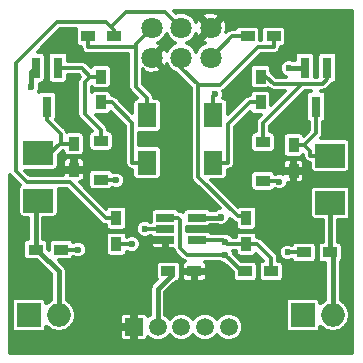
<source format=gtl>
%TF.GenerationSoftware,KiCad,Pcbnew,4.0.4-1.fc24-product*%
%TF.CreationDate,2018-01-12T13:17:57+11:00*%
%TF.ProjectId,A_BND_BUF,415F424E445F4255462E6B696361645F,rev?*%
%TF.FileFunction,Copper,L1,Top,Signal*%
%FSLAX46Y46*%
G04 Gerber Fmt 4.6, Leading zero omitted, Abs format (unit mm)*
G04 Created by KiCad (PCBNEW 4.0.4-1.fc24-product) date Fri Jan 12 13:17:57 2018*
%MOMM*%
%LPD*%
G01*
G04 APERTURE LIST*
%ADD10C,0.100000*%
%ADD11R,1.200000X0.900000*%
%ADD12O,1.998980X1.998980*%
%ADD13R,1.998980X1.998980*%
%ADD14R,1.560000X0.650000*%
%ADD15R,1.600000X2.000000*%
%ADD16R,0.800000X1.800000*%
%ADD17R,0.900000X1.200000*%
%ADD18R,1.220000X0.910000*%
%ADD19R,2.500000X2.000000*%
%ADD20R,1.500000X1.500000*%
%ADD21C,1.500000*%
%ADD22C,1.800000*%
%ADD23C,0.600000*%
%ADD24C,0.300000*%
%ADD25C,0.400000*%
G04 APERTURE END LIST*
D10*
D11*
X158600000Y-90600000D03*
X156400000Y-90600000D03*
X163600000Y-89000000D03*
X161400000Y-89000000D03*
D12*
X140640000Y-94300000D03*
D13*
X138100000Y-94300000D03*
D12*
X163840000Y-94300000D03*
D13*
X161300000Y-94300000D03*
D14*
X149650000Y-86050000D03*
X149650000Y-87000000D03*
X149650000Y-87950000D03*
X152350000Y-87950000D03*
X152350000Y-86050000D03*
D15*
X148100000Y-81400000D03*
X148100000Y-77400000D03*
X153700000Y-81400000D03*
X153700000Y-77400000D03*
D16*
X140550000Y-73350000D03*
X138650000Y-73350000D03*
X139600000Y-76650000D03*
X163350000Y-73350000D03*
X161450000Y-73350000D03*
X162400000Y-76650000D03*
D11*
X138650000Y-88750000D03*
X140850000Y-88750000D03*
D17*
X141900000Y-79800000D03*
X141900000Y-82000000D03*
X160500000Y-79900000D03*
X160500000Y-82100000D03*
X144200000Y-76300000D03*
X144200000Y-74100000D03*
X157700000Y-76300000D03*
X157700000Y-74100000D03*
D11*
X145300000Y-70700000D03*
X143100000Y-70700000D03*
X158800000Y-70700000D03*
X156600000Y-70700000D03*
D17*
X145500000Y-88300000D03*
X145500000Y-86100000D03*
X156500000Y-88300000D03*
X156500000Y-86100000D03*
D11*
X149900000Y-90600000D03*
X152100000Y-90600000D03*
D18*
X144200000Y-82835000D03*
X144200000Y-79565000D03*
X157900000Y-82935000D03*
X157900000Y-79665000D03*
D19*
X138900000Y-80600000D03*
X138900000Y-84600000D03*
X163600000Y-80800000D03*
X163600000Y-84800000D03*
D20*
X147000000Y-95300000D03*
D21*
X149000000Y-95300000D03*
X151000000Y-95300000D03*
X153000000Y-95300000D03*
X155000000Y-95300000D03*
D22*
X153500000Y-70000000D03*
X151000000Y-70000000D03*
X148500000Y-70000000D03*
X153500000Y-72500000D03*
X151000000Y-72500000D03*
X148500000Y-72500000D03*
D23*
X153837400Y-75593000D03*
X145500000Y-82900000D03*
X160000000Y-89000000D03*
X147900000Y-87000000D03*
X142250000Y-88750000D03*
X159300000Y-83000000D03*
X138300000Y-75000000D03*
X160100000Y-73400000D03*
X154386000Y-85994200D03*
X146800000Y-88300000D03*
X154700000Y-88100000D03*
X154700000Y-89200000D03*
D24*
X140800000Y-79700000D02*
X140700000Y-79800000D01*
X140800000Y-79000000D02*
X140800000Y-79700000D01*
X139600000Y-77800000D02*
X140800000Y-79000000D01*
X139600000Y-76650000D02*
X139600000Y-77800000D01*
X138400000Y-80600000D02*
X138900000Y-80600000D01*
X139900000Y-80600000D02*
X140700000Y-79800000D01*
X138900000Y-80600000D02*
X139900000Y-80600000D01*
X140700000Y-79800000D02*
X141900000Y-79800000D01*
D25*
X140640000Y-94300000D02*
X140640000Y-90590000D01*
X140640000Y-90590000D02*
X138800000Y-88750000D01*
X138800000Y-88750000D02*
X138650000Y-88750000D01*
X138650000Y-84850000D02*
X138900000Y-84600000D01*
X138650000Y-88750000D02*
X138650000Y-84850000D01*
D24*
X160500000Y-79900000D02*
X161400000Y-79900000D01*
X161900000Y-80399400D02*
X161400000Y-79900000D01*
X161900000Y-80800000D02*
X161900000Y-80399400D01*
X163600000Y-80800000D02*
X161900000Y-80800000D01*
X162400000Y-78900300D02*
X161400000Y-79900000D01*
X162400000Y-76650000D02*
X162400000Y-78900300D01*
D25*
X163840000Y-94300000D02*
X163840000Y-89240000D01*
X163840000Y-89240000D02*
X163600000Y-89000000D01*
X163600000Y-89000000D02*
X163600000Y-84800000D01*
D24*
X146849700Y-78049400D02*
X145100300Y-76300000D01*
X146849700Y-81400000D02*
X146849700Y-78049400D01*
X148100000Y-81400000D02*
X146849700Y-81400000D01*
X144200000Y-76300000D02*
X145100300Y-76300000D01*
X148100000Y-77400000D02*
X148100000Y-75949700D01*
X143100000Y-70700000D02*
X143100000Y-71600300D01*
X147116700Y-71600300D02*
X143100000Y-71600300D01*
X147116700Y-74966400D02*
X147116700Y-71600300D01*
X148100000Y-75949700D02*
X147116700Y-74966400D01*
X147116700Y-71600300D02*
X147116700Y-71383300D01*
X147116700Y-71383300D02*
X148500000Y-70000000D01*
X154950300Y-78149400D02*
X156799700Y-76300000D01*
X154950300Y-81400000D02*
X154950300Y-78149400D01*
X153700000Y-81400000D02*
X154950300Y-81400000D01*
X157700000Y-76300000D02*
X156799700Y-76300000D01*
X155300000Y-70700000D02*
X153500000Y-72500000D01*
X156600000Y-70700000D02*
X156450000Y-70700000D01*
X156450000Y-70700000D02*
X155300000Y-70700000D01*
X153700000Y-75730400D02*
X153700000Y-77400000D01*
X153837400Y-75593000D02*
X153700000Y-75730400D01*
D25*
X150200000Y-90900000D02*
X149900000Y-90600000D01*
X149000000Y-92100000D02*
X150200000Y-90900000D01*
X149000000Y-95300000D02*
X149000000Y-92100000D01*
D24*
X144200000Y-82835000D02*
X145435000Y-82835000D01*
X145435000Y-82835000D02*
X145500000Y-82900000D01*
X161400000Y-89000000D02*
X160000000Y-89000000D01*
X149650000Y-87000000D02*
X147900000Y-87000000D01*
X140850000Y-88750000D02*
X142250000Y-88750000D01*
X159235000Y-82935000D02*
X159300000Y-83000000D01*
X157900000Y-82935000D02*
X159235000Y-82935000D01*
D25*
X138300000Y-73700000D02*
X138650000Y-73350000D01*
X138300000Y-75000000D02*
X138300000Y-73700000D01*
X160150000Y-73350000D02*
X161450000Y-73350000D01*
X160100000Y-73400000D02*
X160150000Y-73350000D01*
X154331000Y-86050000D02*
X154386000Y-85994200D01*
X152350000Y-86050000D02*
X154331000Y-86050000D01*
D24*
X157400000Y-88300000D02*
X156500000Y-88300000D01*
X158600000Y-89500000D02*
X157400000Y-88300000D01*
X158600000Y-90600000D02*
X158600000Y-89500000D01*
X145500000Y-88300000D02*
X146800000Y-88300000D01*
X154550000Y-87950000D02*
X154700000Y-88100000D01*
X152350000Y-87950000D02*
X154550000Y-87950000D01*
X154900000Y-88300000D02*
X154700000Y-88100000D01*
X156500000Y-88300000D02*
X154900000Y-88300000D01*
X145500000Y-86100000D02*
X144600000Y-86100000D01*
X145300000Y-70200000D02*
X145300000Y-70700000D01*
X146331600Y-68645100D02*
X145038400Y-69938300D01*
X149645100Y-68645100D02*
X146331600Y-68645100D01*
X151000000Y-70000000D02*
X149645100Y-68645100D01*
X144600000Y-69500000D02*
X145038400Y-69938300D01*
X140488000Y-69500000D02*
X144600000Y-69500000D01*
X137000000Y-72987600D02*
X140488000Y-69500000D01*
X137000000Y-82129400D02*
X137000000Y-72987600D01*
X137921000Y-83050400D02*
X137000000Y-82129400D01*
X141550000Y-83050400D02*
X137921000Y-83050400D01*
X144600000Y-86100000D02*
X141550000Y-83050400D01*
X145038400Y-69938300D02*
X145300000Y-70200000D01*
X151000000Y-73379200D02*
X152463500Y-74842700D01*
X151000000Y-72500000D02*
X151000000Y-73379200D01*
X154262800Y-74842700D02*
X152463500Y-74842700D01*
X157505200Y-71600300D02*
X154262800Y-74842700D01*
X152406200Y-74900000D02*
X152406200Y-82568900D01*
X152463500Y-74842700D02*
X152406200Y-74900000D01*
X156500000Y-85950000D02*
X156500000Y-86100000D01*
X158800000Y-70700000D02*
X158800000Y-71600300D01*
X158800000Y-71600300D02*
X157505200Y-71600300D01*
X155787300Y-85950000D02*
X156500000Y-85950000D01*
X152406200Y-82568900D02*
X155787300Y-85950000D01*
X156100000Y-90600000D02*
X154700000Y-89200000D01*
X156400000Y-90600000D02*
X156100000Y-90600000D01*
X151500000Y-89200000D02*
X154700000Y-89200000D01*
X150900000Y-88600000D02*
X151500000Y-89200000D01*
X150900000Y-86220000D02*
X150900000Y-88600000D01*
X150730000Y-86050000D02*
X150900000Y-86220000D01*
X149650000Y-86050000D02*
X150730000Y-86050000D01*
X144200000Y-79565000D02*
X144200000Y-78659700D01*
X142800000Y-74600000D02*
X143300000Y-74100000D01*
X142800000Y-77259700D02*
X142800000Y-74600000D01*
X144200000Y-78659700D02*
X142800000Y-77259700D01*
X144200000Y-74100000D02*
X143300000Y-74100000D01*
X142550000Y-73350000D02*
X143300000Y-74100000D01*
X140550000Y-73350000D02*
X142550000Y-73350000D01*
X157900000Y-78050200D02*
X157900000Y-79665000D01*
X163000000Y-74700300D02*
X161250000Y-74700300D01*
X163350000Y-74350000D02*
X163000000Y-74700300D01*
X163350000Y-73350000D02*
X163350000Y-74350000D01*
X158200000Y-74100000D02*
X157700000Y-74100000D01*
X158800000Y-74700300D02*
X158200000Y-74100000D01*
X161250000Y-74700300D02*
X158800000Y-74700300D01*
X161250000Y-74700300D02*
X157900000Y-78050200D01*
G36*
X165475000Y-97475000D02*
X136525000Y-97475000D01*
X136525000Y-82477732D01*
X136575736Y-82553664D01*
X137315106Y-83293034D01*
X137227332Y-83421495D01*
X137191184Y-83600000D01*
X137191184Y-85600000D01*
X137222562Y-85766760D01*
X137321117Y-85919919D01*
X137471495Y-86022668D01*
X137650000Y-86058816D01*
X138000000Y-86058816D01*
X138000000Y-87850592D01*
X137883240Y-87872562D01*
X137730081Y-87971117D01*
X137627332Y-88121495D01*
X137591184Y-88300000D01*
X137591184Y-89200000D01*
X137622562Y-89366760D01*
X137721117Y-89519919D01*
X137871495Y-89622668D01*
X138050000Y-89658816D01*
X138789578Y-89658816D01*
X139990000Y-90859238D01*
X139990000Y-93005552D01*
X139586659Y-93275056D01*
X139558306Y-93317489D01*
X139558306Y-93300510D01*
X139526928Y-93133750D01*
X139428373Y-92980591D01*
X139277995Y-92877842D01*
X139099490Y-92841694D01*
X137100510Y-92841694D01*
X136933750Y-92873072D01*
X136780591Y-92971627D01*
X136677842Y-93122005D01*
X136641694Y-93300510D01*
X136641694Y-95299490D01*
X136673072Y-95466250D01*
X136771627Y-95619409D01*
X136922005Y-95722158D01*
X137100510Y-95758306D01*
X139099490Y-95758306D01*
X139266250Y-95726928D01*
X139419409Y-95628373D01*
X139522158Y-95477995D01*
X139558306Y-95299490D01*
X139558306Y-95282511D01*
X139586659Y-95324944D01*
X140056907Y-95639154D01*
X140611603Y-95749490D01*
X140668397Y-95749490D01*
X141223093Y-95639154D01*
X141337813Y-95562500D01*
X145800000Y-95562500D01*
X145800000Y-96139510D01*
X145868508Y-96304904D01*
X145995095Y-96431491D01*
X146160489Y-96500000D01*
X146737500Y-96500000D01*
X146850000Y-96387500D01*
X146850000Y-95450000D01*
X145912500Y-95450000D01*
X145800000Y-95562500D01*
X141337813Y-95562500D01*
X141693341Y-95324944D01*
X142007551Y-94854696D01*
X142085963Y-94460490D01*
X145800000Y-94460490D01*
X145800000Y-95037500D01*
X145912500Y-95150000D01*
X146850000Y-95150000D01*
X146850000Y-94212500D01*
X147150000Y-94212500D01*
X147150000Y-95150000D01*
X147170000Y-95150000D01*
X147170000Y-95450000D01*
X147150000Y-95450000D01*
X147150000Y-96387500D01*
X147262500Y-96500000D01*
X147839511Y-96500000D01*
X148004905Y-96431491D01*
X148131492Y-96304904D01*
X148183129Y-96180241D01*
X148319367Y-96316717D01*
X148760258Y-96499791D01*
X149237647Y-96500207D01*
X149678857Y-96317903D01*
X150000265Y-95997057D01*
X150319367Y-96316717D01*
X150760258Y-96499791D01*
X151237647Y-96500207D01*
X151678857Y-96317903D01*
X152000265Y-95997057D01*
X152319367Y-96316717D01*
X152760258Y-96499791D01*
X153237647Y-96500207D01*
X153678857Y-96317903D01*
X154000265Y-95997057D01*
X154319367Y-96316717D01*
X154760258Y-96499791D01*
X155237647Y-96500207D01*
X155678857Y-96317903D01*
X156016717Y-95980633D01*
X156199791Y-95539742D01*
X156200207Y-95062353D01*
X156017903Y-94621143D01*
X155680633Y-94283283D01*
X155239742Y-94100209D01*
X154762353Y-94099793D01*
X154321143Y-94282097D01*
X153999735Y-94602943D01*
X153680633Y-94283283D01*
X153239742Y-94100209D01*
X152762353Y-94099793D01*
X152321143Y-94282097D01*
X151999735Y-94602943D01*
X151680633Y-94283283D01*
X151239742Y-94100209D01*
X150762353Y-94099793D01*
X150321143Y-94282097D01*
X149999735Y-94602943D01*
X149680633Y-94283283D01*
X149650000Y-94270563D01*
X149650000Y-93300510D01*
X159841694Y-93300510D01*
X159841694Y-95299490D01*
X159873072Y-95466250D01*
X159971627Y-95619409D01*
X160122005Y-95722158D01*
X160300510Y-95758306D01*
X162299490Y-95758306D01*
X162466250Y-95726928D01*
X162619409Y-95628373D01*
X162722158Y-95477995D01*
X162758306Y-95299490D01*
X162758306Y-95282511D01*
X162786659Y-95324944D01*
X163256907Y-95639154D01*
X163811603Y-95749490D01*
X163868397Y-95749490D01*
X164423093Y-95639154D01*
X164893341Y-95324944D01*
X165207551Y-94854696D01*
X165317887Y-94300000D01*
X165207551Y-93745304D01*
X164893341Y-93275056D01*
X164490000Y-93005552D01*
X164490000Y-89798135D01*
X164519919Y-89778883D01*
X164622668Y-89628505D01*
X164658816Y-89450000D01*
X164658816Y-88550000D01*
X164627438Y-88383240D01*
X164528883Y-88230081D01*
X164378505Y-88127332D01*
X164250000Y-88101309D01*
X164250000Y-86258816D01*
X164850000Y-86258816D01*
X165016760Y-86227438D01*
X165169919Y-86128883D01*
X165272668Y-85978505D01*
X165308816Y-85800000D01*
X165308816Y-83800000D01*
X165277438Y-83633240D01*
X165178883Y-83480081D01*
X165028505Y-83377332D01*
X164850000Y-83341184D01*
X162350000Y-83341184D01*
X162183240Y-83372562D01*
X162030081Y-83471117D01*
X161927332Y-83621495D01*
X161891184Y-83800000D01*
X161891184Y-85800000D01*
X161922562Y-85966760D01*
X162021117Y-86119919D01*
X162171495Y-86222668D01*
X162350000Y-86258816D01*
X162950000Y-86258816D01*
X162950000Y-88100592D01*
X162833240Y-88122562D01*
X162680081Y-88221117D01*
X162577332Y-88371495D01*
X162541184Y-88550000D01*
X162541184Y-89450000D01*
X162572562Y-89616760D01*
X162671117Y-89769919D01*
X162821495Y-89872668D01*
X163000000Y-89908816D01*
X163190000Y-89908816D01*
X163190000Y-93005552D01*
X162786659Y-93275056D01*
X162758306Y-93317489D01*
X162758306Y-93300510D01*
X162726928Y-93133750D01*
X162628373Y-92980591D01*
X162477995Y-92877842D01*
X162299490Y-92841694D01*
X160300510Y-92841694D01*
X160133750Y-92873072D01*
X159980591Y-92971627D01*
X159877842Y-93122005D01*
X159841694Y-93300510D01*
X149650000Y-93300510D01*
X149650000Y-92369238D01*
X150512839Y-91506400D01*
X150666760Y-91477438D01*
X150819919Y-91378883D01*
X150922668Y-91228505D01*
X150958816Y-91050000D01*
X150958816Y-90862500D01*
X151050000Y-90862500D01*
X151050000Y-91139510D01*
X151118508Y-91304904D01*
X151245095Y-91431491D01*
X151410489Y-91500000D01*
X151837500Y-91500000D01*
X151950000Y-91387500D01*
X151950000Y-90750000D01*
X152250000Y-90750000D01*
X152250000Y-91387500D01*
X152362500Y-91500000D01*
X152789511Y-91500000D01*
X152954905Y-91431491D01*
X153081492Y-91304904D01*
X153150000Y-91139510D01*
X153150000Y-90862500D01*
X153037500Y-90750000D01*
X152250000Y-90750000D01*
X151950000Y-90750000D01*
X151162500Y-90750000D01*
X151050000Y-90862500D01*
X150958816Y-90862500D01*
X150958816Y-90150000D01*
X150927438Y-89983240D01*
X150828883Y-89830081D01*
X150678505Y-89727332D01*
X150500000Y-89691184D01*
X149300000Y-89691184D01*
X149133240Y-89722562D01*
X148980081Y-89821117D01*
X148877332Y-89971495D01*
X148841184Y-90150000D01*
X148841184Y-91050000D01*
X148872562Y-91216760D01*
X148908364Y-91272398D01*
X148540381Y-91640381D01*
X148399478Y-91851255D01*
X148399478Y-91851256D01*
X148350000Y-92100000D01*
X148350000Y-94270174D01*
X148321143Y-94282097D01*
X148183161Y-94419838D01*
X148131492Y-94295096D01*
X148004905Y-94168509D01*
X147839511Y-94100000D01*
X147262500Y-94100000D01*
X147150000Y-94212500D01*
X146850000Y-94212500D01*
X146737500Y-94100000D01*
X146160489Y-94100000D01*
X145995095Y-94168509D01*
X145868508Y-94295096D01*
X145800000Y-94460490D01*
X142085963Y-94460490D01*
X142117887Y-94300000D01*
X142007551Y-93745304D01*
X141693341Y-93275056D01*
X141290000Y-93005552D01*
X141290000Y-90590000D01*
X141240522Y-90341256D01*
X141240522Y-90341255D01*
X141099619Y-90130381D01*
X140628054Y-89658816D01*
X141450000Y-89658816D01*
X141616760Y-89627438D01*
X141769919Y-89528883D01*
X141858350Y-89399460D01*
X142100161Y-89499869D01*
X142398530Y-89500130D01*
X142674286Y-89386189D01*
X142885448Y-89175395D01*
X142999869Y-88899839D01*
X143000130Y-88601470D01*
X142886189Y-88325714D01*
X142675395Y-88114552D01*
X142399839Y-88000131D01*
X142101470Y-87999870D01*
X141856698Y-88101009D01*
X141778883Y-87980081D01*
X141628505Y-87877332D01*
X141450000Y-87841184D01*
X140250000Y-87841184D01*
X140083240Y-87872562D01*
X139930081Y-87971117D01*
X139827332Y-88121495D01*
X139791184Y-88300000D01*
X139791184Y-88821946D01*
X139708816Y-88739578D01*
X139708816Y-88300000D01*
X139677438Y-88133240D01*
X139578883Y-87980081D01*
X139428505Y-87877332D01*
X139300000Y-87851309D01*
X139300000Y-87700000D01*
X144591184Y-87700000D01*
X144591184Y-88900000D01*
X144622562Y-89066760D01*
X144721117Y-89219919D01*
X144871495Y-89322668D01*
X145050000Y-89358816D01*
X145950000Y-89358816D01*
X146116760Y-89327438D01*
X146269919Y-89228883D01*
X146372668Y-89078505D01*
X146399541Y-88945802D01*
X146650161Y-89049869D01*
X146948530Y-89050130D01*
X147224286Y-88936189D01*
X147435448Y-88725395D01*
X147549869Y-88449839D01*
X147550076Y-88212500D01*
X148420000Y-88212500D01*
X148420000Y-88364510D01*
X148488508Y-88529904D01*
X148615095Y-88656491D01*
X148780489Y-88725000D01*
X149387500Y-88725000D01*
X149500000Y-88612500D01*
X149500000Y-88100000D01*
X148532500Y-88100000D01*
X148420000Y-88212500D01*
X147550076Y-88212500D01*
X147550130Y-88151470D01*
X147436189Y-87875714D01*
X147225395Y-87664552D01*
X146949839Y-87550131D01*
X146651470Y-87549870D01*
X146400110Y-87653731D01*
X146377438Y-87533240D01*
X146278883Y-87380081D01*
X146128505Y-87277332D01*
X145950000Y-87241184D01*
X145050000Y-87241184D01*
X144883240Y-87272562D01*
X144730081Y-87371117D01*
X144627332Y-87521495D01*
X144591184Y-87700000D01*
X139300000Y-87700000D01*
X139300000Y-86058816D01*
X140150000Y-86058816D01*
X140316760Y-86027438D01*
X140469919Y-85928883D01*
X140572668Y-85778505D01*
X140608816Y-85600000D01*
X140608816Y-83650400D01*
X141301495Y-83650400D01*
X144175764Y-86524292D01*
X144274349Y-86590156D01*
X144370390Y-86654328D01*
X144370409Y-86654332D01*
X144370426Y-86654343D01*
X144484381Y-86677002D01*
X144591184Y-86698246D01*
X144591184Y-86700000D01*
X144622562Y-86866760D01*
X144721117Y-87019919D01*
X144871495Y-87122668D01*
X145050000Y-87158816D01*
X145950000Y-87158816D01*
X146116760Y-87127438D01*
X146269919Y-87028883D01*
X146372668Y-86878505D01*
X146408816Y-86700000D01*
X146408816Y-85500000D01*
X146377438Y-85333240D01*
X146278883Y-85180081D01*
X146128505Y-85077332D01*
X145950000Y-85041184D01*
X145050000Y-85041184D01*
X144883240Y-85072562D01*
X144730081Y-85171117D01*
X144644641Y-85296162D01*
X142398184Y-83050000D01*
X142439510Y-83050000D01*
X142604904Y-82981492D01*
X142731491Y-82854905D01*
X142800000Y-82689511D01*
X142800000Y-82380000D01*
X143131184Y-82380000D01*
X143131184Y-83290000D01*
X143162562Y-83456760D01*
X143261117Y-83609919D01*
X143411495Y-83712668D01*
X143590000Y-83748816D01*
X144810000Y-83748816D01*
X144976760Y-83717438D01*
X145129919Y-83618883D01*
X145162103Y-83571780D01*
X145350161Y-83649869D01*
X145648530Y-83650130D01*
X145924286Y-83536189D01*
X146135448Y-83325395D01*
X146249869Y-83049839D01*
X146250130Y-82751470D01*
X146136189Y-82475714D01*
X145925395Y-82264552D01*
X145649839Y-82150131D01*
X145351470Y-82149870D01*
X145229176Y-82200401D01*
X145138883Y-82060081D01*
X144988505Y-81957332D01*
X144810000Y-81921184D01*
X143590000Y-81921184D01*
X143423240Y-81952562D01*
X143270081Y-82051117D01*
X143167332Y-82201495D01*
X143131184Y-82380000D01*
X142800000Y-82380000D01*
X142800000Y-82262500D01*
X142687500Y-82150000D01*
X142050000Y-82150000D01*
X142050000Y-82170000D01*
X141750000Y-82170000D01*
X141750000Y-82150000D01*
X141112500Y-82150000D01*
X141000000Y-82262500D01*
X141000000Y-82450400D01*
X138169528Y-82450400D01*
X137777944Y-82058816D01*
X140150000Y-82058816D01*
X140316760Y-82027438D01*
X140469919Y-81928883D01*
X140572668Y-81778505D01*
X140608816Y-81600000D01*
X140608816Y-81310489D01*
X141000000Y-81310489D01*
X141000000Y-81737500D01*
X141112500Y-81850000D01*
X141750000Y-81850000D01*
X141750000Y-81062500D01*
X142050000Y-81062500D01*
X142050000Y-81850000D01*
X142687500Y-81850000D01*
X142800000Y-81737500D01*
X142800000Y-81310489D01*
X142731491Y-81145095D01*
X142604904Y-81018508D01*
X142439510Y-80950000D01*
X142162500Y-80950000D01*
X142050000Y-81062500D01*
X141750000Y-81062500D01*
X141637500Y-80950000D01*
X141360490Y-80950000D01*
X141195096Y-81018508D01*
X141068509Y-81145095D01*
X141000000Y-81310489D01*
X140608816Y-81310489D01*
X140608816Y-80739712D01*
X140948528Y-80400000D01*
X140991184Y-80400000D01*
X141022562Y-80566760D01*
X141121117Y-80719919D01*
X141271495Y-80822668D01*
X141450000Y-80858816D01*
X142350000Y-80858816D01*
X142516760Y-80827438D01*
X142669919Y-80728883D01*
X142772668Y-80578505D01*
X142808816Y-80400000D01*
X142808816Y-79200000D01*
X142777438Y-79033240D01*
X142678883Y-78880081D01*
X142528505Y-78777332D01*
X142350000Y-78741184D01*
X141450000Y-78741184D01*
X141347678Y-78760437D01*
X141224264Y-78575736D01*
X140404144Y-77755616D01*
X140422668Y-77728505D01*
X140458816Y-77550000D01*
X140458816Y-75750000D01*
X140427438Y-75583240D01*
X140328883Y-75430081D01*
X140178505Y-75327332D01*
X140000000Y-75291184D01*
X139200000Y-75291184D01*
X139033240Y-75322562D01*
X138958060Y-75370939D01*
X139049869Y-75149839D01*
X139050130Y-74851470D01*
X138991186Y-74708816D01*
X139050000Y-74708816D01*
X139216760Y-74677438D01*
X139369919Y-74578883D01*
X139472668Y-74428505D01*
X139508816Y-74250000D01*
X139508816Y-72450000D01*
X139477438Y-72283240D01*
X139378883Y-72130081D01*
X139228505Y-72027332D01*
X139050000Y-71991184D01*
X138845107Y-71991184D01*
X140736508Y-70100000D01*
X142071560Y-70100000D01*
X142041184Y-70250000D01*
X142041184Y-71150000D01*
X142072562Y-71316760D01*
X142171117Y-71469919D01*
X142321495Y-71572668D01*
X142500000Y-71608816D01*
X142501694Y-71608816D01*
X142545672Y-71829910D01*
X142675736Y-72024564D01*
X142870390Y-72154628D01*
X143100000Y-72200300D01*
X146516700Y-72200300D01*
X146516700Y-74966400D01*
X146562372Y-75196010D01*
X146692436Y-75390664D01*
X147251990Y-75950218D01*
X147133240Y-75972562D01*
X146980081Y-76071117D01*
X146877332Y-76221495D01*
X146841184Y-76400000D01*
X146841184Y-77192356D01*
X145524564Y-75875736D01*
X145329910Y-75745672D01*
X145108816Y-75701694D01*
X145108816Y-75700000D01*
X145077438Y-75533240D01*
X144978883Y-75380081D01*
X144828505Y-75277332D01*
X144650000Y-75241184D01*
X143750000Y-75241184D01*
X143583240Y-75272562D01*
X143430081Y-75371117D01*
X143400000Y-75415142D01*
X143400000Y-74987102D01*
X143421117Y-75019919D01*
X143571495Y-75122668D01*
X143750000Y-75158816D01*
X144650000Y-75158816D01*
X144816760Y-75127438D01*
X144969919Y-75028883D01*
X145072668Y-74878505D01*
X145108816Y-74700000D01*
X145108816Y-73500000D01*
X145077438Y-73333240D01*
X144978883Y-73180081D01*
X144828505Y-73077332D01*
X144650000Y-73041184D01*
X143750000Y-73041184D01*
X143583240Y-73072562D01*
X143430081Y-73171117D01*
X143344661Y-73296133D01*
X142974264Y-72925736D01*
X142779610Y-72795672D01*
X142550000Y-72750000D01*
X141408816Y-72750000D01*
X141408816Y-72450000D01*
X141377438Y-72283240D01*
X141278883Y-72130081D01*
X141128505Y-72027332D01*
X140950000Y-71991184D01*
X140150000Y-71991184D01*
X139983240Y-72022562D01*
X139830081Y-72121117D01*
X139727332Y-72271495D01*
X139691184Y-72450000D01*
X139691184Y-74250000D01*
X139722562Y-74416760D01*
X139821117Y-74569919D01*
X139971495Y-74672668D01*
X140150000Y-74708816D01*
X140950000Y-74708816D01*
X141116760Y-74677438D01*
X141269919Y-74578883D01*
X141372668Y-74428505D01*
X141408816Y-74250000D01*
X141408816Y-73950000D01*
X142301472Y-73950000D01*
X142451472Y-74100000D01*
X142375736Y-74175736D01*
X142245672Y-74370390D01*
X142200000Y-74600000D01*
X142200000Y-77259700D01*
X142245672Y-77489310D01*
X142375736Y-77683964D01*
X143393482Y-78701710D01*
X143270081Y-78781117D01*
X143167332Y-78931495D01*
X143131184Y-79110000D01*
X143131184Y-80020000D01*
X143162562Y-80186760D01*
X143261117Y-80339919D01*
X143411495Y-80442668D01*
X143590000Y-80478816D01*
X144810000Y-80478816D01*
X144976760Y-80447438D01*
X145129919Y-80348883D01*
X145232668Y-80198505D01*
X145268816Y-80020000D01*
X145268816Y-79110000D01*
X145237438Y-78943240D01*
X145138883Y-78790081D01*
X144988505Y-78687332D01*
X144810000Y-78651184D01*
X144798306Y-78651184D01*
X144754328Y-78430090D01*
X144624264Y-78235436D01*
X143747046Y-77358218D01*
X143750000Y-77358816D01*
X144650000Y-77358816D01*
X144816760Y-77327438D01*
X144969919Y-77228883D01*
X145055461Y-77103689D01*
X146249700Y-78297928D01*
X146249700Y-81400000D01*
X146295372Y-81629610D01*
X146425436Y-81824264D01*
X146620090Y-81954328D01*
X146841184Y-81998306D01*
X146841184Y-82400000D01*
X146872562Y-82566760D01*
X146971117Y-82719919D01*
X147121495Y-82822668D01*
X147300000Y-82858816D01*
X148900000Y-82858816D01*
X149066760Y-82827438D01*
X149219919Y-82728883D01*
X149322668Y-82578505D01*
X149358816Y-82400000D01*
X149358816Y-80400000D01*
X149327438Y-80233240D01*
X149228883Y-80080081D01*
X149078505Y-79977332D01*
X148900000Y-79941184D01*
X147449700Y-79941184D01*
X147449700Y-78858816D01*
X148900000Y-78858816D01*
X149066760Y-78827438D01*
X149219919Y-78728883D01*
X149322668Y-78578505D01*
X149358816Y-78400000D01*
X149358816Y-76400000D01*
X149327438Y-76233240D01*
X149228883Y-76080081D01*
X149078505Y-75977332D01*
X148900000Y-75941184D01*
X148698306Y-75941184D01*
X148654328Y-75720090D01*
X148524264Y-75525436D01*
X147716700Y-74717872D01*
X147716700Y-73495435D01*
X147718637Y-73493498D01*
X147817116Y-73695105D01*
X148326444Y-73865462D01*
X148862196Y-73827939D01*
X149182884Y-73695105D01*
X149281364Y-73493496D01*
X148500000Y-72712132D01*
X148485858Y-72726275D01*
X148273726Y-72514143D01*
X148287868Y-72500000D01*
X148273726Y-72485858D01*
X148485858Y-72273726D01*
X148500000Y-72287868D01*
X149281364Y-71506504D01*
X149182884Y-71304895D01*
X149013885Y-71248369D01*
X149263715Y-71145142D01*
X149643807Y-70765712D01*
X149750007Y-70509955D01*
X149854858Y-70763715D01*
X150234288Y-71143807D01*
X150490045Y-71250007D01*
X150236285Y-71354858D01*
X149856193Y-71734288D01*
X149758374Y-71969861D01*
X149695105Y-71817116D01*
X149493496Y-71718636D01*
X148712132Y-72500000D01*
X149493496Y-73281364D01*
X149695105Y-73182884D01*
X149751631Y-73013885D01*
X149854858Y-73263715D01*
X150234288Y-73643807D01*
X150559206Y-73778725D01*
X150575736Y-73803464D01*
X151806200Y-75033928D01*
X151806200Y-82568900D01*
X151851872Y-82798510D01*
X151981936Y-82993164D01*
X154234195Y-85245423D01*
X153961714Y-85358011D01*
X153919652Y-85400000D01*
X153451447Y-85400000D01*
X153308505Y-85302332D01*
X153130000Y-85266184D01*
X151570000Y-85266184D01*
X151403240Y-85297562D01*
X151250081Y-85396117D01*
X151147332Y-85546495D01*
X151134024Y-85612212D01*
X150959610Y-85495672D01*
X150796270Y-85463182D01*
X150758883Y-85405081D01*
X150608505Y-85302332D01*
X150430000Y-85266184D01*
X148870000Y-85266184D01*
X148703240Y-85297562D01*
X148550081Y-85396117D01*
X148447332Y-85546495D01*
X148411184Y-85725000D01*
X148411184Y-86375000D01*
X148415888Y-86400000D01*
X148360781Y-86400000D01*
X148325395Y-86364552D01*
X148049839Y-86250131D01*
X147751470Y-86249870D01*
X147475714Y-86363811D01*
X147264552Y-86574605D01*
X147150131Y-86850161D01*
X147149870Y-87148530D01*
X147263811Y-87424286D01*
X147474605Y-87635448D01*
X147750161Y-87749869D01*
X148048530Y-87750130D01*
X148324286Y-87636189D01*
X148360538Y-87600000D01*
X148420000Y-87600000D01*
X148420000Y-87687500D01*
X148532500Y-87800000D01*
X149500000Y-87800000D01*
X149500000Y-87783816D01*
X149800000Y-87783816D01*
X149800000Y-87800000D01*
X149820000Y-87800000D01*
X149820000Y-88100000D01*
X149800000Y-88100000D01*
X149800000Y-88612500D01*
X149912500Y-88725000D01*
X150324864Y-88725000D01*
X150345672Y-88829610D01*
X150475736Y-89024264D01*
X151075736Y-89624264D01*
X151270390Y-89754328D01*
X151276430Y-89755529D01*
X151245095Y-89768509D01*
X151118508Y-89895096D01*
X151050000Y-90060490D01*
X151050000Y-90337500D01*
X151162500Y-90450000D01*
X151950000Y-90450000D01*
X151950000Y-90430000D01*
X152250000Y-90430000D01*
X152250000Y-90450000D01*
X153037500Y-90450000D01*
X153150000Y-90337500D01*
X153150000Y-90060490D01*
X153081492Y-89895096D01*
X152986396Y-89800000D01*
X154239219Y-89800000D01*
X154274605Y-89835448D01*
X154550161Y-89949869D01*
X154601386Y-89949914D01*
X155341184Y-90689712D01*
X155341184Y-91050000D01*
X155372562Y-91216760D01*
X155471117Y-91369919D01*
X155621495Y-91472668D01*
X155800000Y-91508816D01*
X157000000Y-91508816D01*
X157166760Y-91477438D01*
X157319919Y-91378883D01*
X157422668Y-91228505D01*
X157458816Y-91050000D01*
X157458816Y-90150000D01*
X157427438Y-89983240D01*
X157328883Y-89830081D01*
X157178505Y-89727332D01*
X157000000Y-89691184D01*
X156039712Y-89691184D01*
X155450086Y-89101558D01*
X155450130Y-89051470D01*
X155387543Y-88900000D01*
X155591184Y-88900000D01*
X155622562Y-89066760D01*
X155721117Y-89219919D01*
X155871495Y-89322668D01*
X156050000Y-89358816D01*
X156950000Y-89358816D01*
X157116760Y-89327438D01*
X157269919Y-89228883D01*
X157355339Y-89103867D01*
X157951737Y-89700265D01*
X157833240Y-89722562D01*
X157680081Y-89821117D01*
X157577332Y-89971495D01*
X157541184Y-90150000D01*
X157541184Y-91050000D01*
X157572562Y-91216760D01*
X157671117Y-91369919D01*
X157821495Y-91472668D01*
X158000000Y-91508816D01*
X159200000Y-91508816D01*
X159366760Y-91477438D01*
X159519919Y-91378883D01*
X159622668Y-91228505D01*
X159658816Y-91050000D01*
X159658816Y-90150000D01*
X159627438Y-89983240D01*
X159528883Y-89830081D01*
X159378505Y-89727332D01*
X159200000Y-89691184D01*
X159200000Y-89500000D01*
X159154328Y-89270390D01*
X159072904Y-89148530D01*
X159249870Y-89148530D01*
X159363811Y-89424286D01*
X159574605Y-89635448D01*
X159850161Y-89749869D01*
X160148530Y-89750130D01*
X160393302Y-89648991D01*
X160471117Y-89769919D01*
X160621495Y-89872668D01*
X160800000Y-89908816D01*
X162000000Y-89908816D01*
X162166760Y-89877438D01*
X162319919Y-89778883D01*
X162422668Y-89628505D01*
X162458816Y-89450000D01*
X162458816Y-88550000D01*
X162427438Y-88383240D01*
X162328883Y-88230081D01*
X162178505Y-88127332D01*
X162000000Y-88091184D01*
X160800000Y-88091184D01*
X160633240Y-88122562D01*
X160480081Y-88221117D01*
X160391650Y-88350540D01*
X160149839Y-88250131D01*
X159851470Y-88249870D01*
X159575714Y-88363811D01*
X159364552Y-88574605D01*
X159250131Y-88850161D01*
X159249870Y-89148530D01*
X159072904Y-89148530D01*
X159024264Y-89075736D01*
X157824264Y-87875736D01*
X157629610Y-87745672D01*
X157408816Y-87701754D01*
X157408816Y-87700000D01*
X157377438Y-87533240D01*
X157278883Y-87380081D01*
X157128505Y-87277332D01*
X156950000Y-87241184D01*
X156050000Y-87241184D01*
X155883240Y-87272562D01*
X155730081Y-87371117D01*
X155627332Y-87521495D01*
X155591184Y-87700000D01*
X155346224Y-87700000D01*
X155336189Y-87675714D01*
X155125395Y-87464552D01*
X154849839Y-87350131D01*
X154551470Y-87349870D01*
X154550780Y-87350155D01*
X154550000Y-87350000D01*
X153487788Y-87350000D01*
X153458883Y-87305081D01*
X153308505Y-87202332D01*
X153130000Y-87166184D01*
X151570000Y-87166184D01*
X151500000Y-87179355D01*
X151500000Y-86819641D01*
X151570000Y-86833816D01*
X153130000Y-86833816D01*
X153296760Y-86802438D01*
X153449919Y-86703883D01*
X153452572Y-86700000D01*
X154130031Y-86700000D01*
X154236161Y-86744069D01*
X154534530Y-86744330D01*
X154810286Y-86630389D01*
X155021448Y-86419595D01*
X155134972Y-86146200D01*
X155363036Y-86374264D01*
X155557689Y-86504328D01*
X155591184Y-86510991D01*
X155591184Y-86700000D01*
X155622562Y-86866760D01*
X155721117Y-87019919D01*
X155871495Y-87122668D01*
X156050000Y-87158816D01*
X156950000Y-87158816D01*
X157116760Y-87127438D01*
X157269919Y-87028883D01*
X157372668Y-86878505D01*
X157408816Y-86700000D01*
X157408816Y-85500000D01*
X157377438Y-85333240D01*
X157278883Y-85180081D01*
X157128505Y-85077332D01*
X156950000Y-85041184D01*
X156050000Y-85041184D01*
X155883240Y-85072562D01*
X155807273Y-85121445D01*
X153544644Y-82858816D01*
X154500000Y-82858816D01*
X154666760Y-82827438D01*
X154819919Y-82728883D01*
X154922668Y-82578505D01*
X154942615Y-82480000D01*
X156831184Y-82480000D01*
X156831184Y-83390000D01*
X156862562Y-83556760D01*
X156961117Y-83709919D01*
X157111495Y-83812668D01*
X157290000Y-83848816D01*
X158510000Y-83848816D01*
X158676760Y-83817438D01*
X158829919Y-83718883D01*
X158884204Y-83639434D01*
X159150161Y-83749869D01*
X159448530Y-83750130D01*
X159724286Y-83636189D01*
X159935448Y-83425395D01*
X160049802Y-83150000D01*
X160237500Y-83150000D01*
X160350000Y-83037500D01*
X160350000Y-82250000D01*
X160650000Y-82250000D01*
X160650000Y-83037500D01*
X160762500Y-83150000D01*
X161039510Y-83150000D01*
X161204904Y-83081492D01*
X161331491Y-82954905D01*
X161400000Y-82789511D01*
X161400000Y-82362500D01*
X161287500Y-82250000D01*
X160650000Y-82250000D01*
X160350000Y-82250000D01*
X159712500Y-82250000D01*
X159635342Y-82327158D01*
X159449839Y-82250131D01*
X159151470Y-82249870D01*
X158945441Y-82335000D01*
X158941532Y-82335000D01*
X158937438Y-82313240D01*
X158838883Y-82160081D01*
X158688505Y-82057332D01*
X158510000Y-82021184D01*
X157290000Y-82021184D01*
X157123240Y-82052562D01*
X156970081Y-82151117D01*
X156867332Y-82301495D01*
X156831184Y-82480000D01*
X154942615Y-82480000D01*
X154958816Y-82400000D01*
X154958816Y-81998306D01*
X155179910Y-81954328D01*
X155374564Y-81824264D01*
X155504628Y-81629610D01*
X155548213Y-81410489D01*
X159600000Y-81410489D01*
X159600000Y-81837500D01*
X159712500Y-81950000D01*
X160350000Y-81950000D01*
X160350000Y-81162500D01*
X160650000Y-81162500D01*
X160650000Y-81950000D01*
X161287500Y-81950000D01*
X161400000Y-81837500D01*
X161400000Y-81410489D01*
X161331491Y-81245095D01*
X161204904Y-81118508D01*
X161039510Y-81050000D01*
X160762500Y-81050000D01*
X160650000Y-81162500D01*
X160350000Y-81162500D01*
X160237500Y-81050000D01*
X159960490Y-81050000D01*
X159795096Y-81118508D01*
X159668509Y-81245095D01*
X159600000Y-81410489D01*
X155548213Y-81410489D01*
X155550300Y-81400000D01*
X155550300Y-78397928D01*
X156845626Y-77102602D01*
X156921117Y-77219919D01*
X157071495Y-77322668D01*
X157250000Y-77358816D01*
X157742864Y-77358816D01*
X157475742Y-77625930D01*
X157475740Y-77625934D01*
X157475736Y-77625936D01*
X157415049Y-77716760D01*
X157345676Y-77820581D01*
X157345675Y-77820585D01*
X157345672Y-77820590D01*
X157325940Y-77919790D01*
X157300000Y-78050191D01*
X157300001Y-78050196D01*
X157300000Y-78050200D01*
X157300000Y-78751184D01*
X157290000Y-78751184D01*
X157123240Y-78782562D01*
X156970081Y-78881117D01*
X156867332Y-79031495D01*
X156831184Y-79210000D01*
X156831184Y-80120000D01*
X156862562Y-80286760D01*
X156961117Y-80439919D01*
X157111495Y-80542668D01*
X157290000Y-80578816D01*
X158510000Y-80578816D01*
X158676760Y-80547438D01*
X158829919Y-80448883D01*
X158932668Y-80298505D01*
X158968816Y-80120000D01*
X158968816Y-79210000D01*
X158937438Y-79043240D01*
X158838883Y-78890081D01*
X158688505Y-78787332D01*
X158510000Y-78751184D01*
X158500000Y-78751184D01*
X158500000Y-78298733D01*
X161498523Y-75300300D01*
X161951553Y-75300300D01*
X161833240Y-75322562D01*
X161680081Y-75421117D01*
X161577332Y-75571495D01*
X161541184Y-75750000D01*
X161541184Y-77550000D01*
X161572562Y-77716760D01*
X161671117Y-77869919D01*
X161800000Y-77957981D01*
X161800000Y-78651719D01*
X161354301Y-79097284D01*
X161278883Y-78980081D01*
X161128505Y-78877332D01*
X160950000Y-78841184D01*
X160050000Y-78841184D01*
X159883240Y-78872562D01*
X159730081Y-78971117D01*
X159627332Y-79121495D01*
X159591184Y-79300000D01*
X159591184Y-80500000D01*
X159622562Y-80666760D01*
X159721117Y-80819919D01*
X159871495Y-80922668D01*
X160050000Y-80958816D01*
X160950000Y-80958816D01*
X161116760Y-80927438D01*
X161269919Y-80828883D01*
X161300000Y-80784858D01*
X161300000Y-80800000D01*
X161345672Y-81029610D01*
X161475736Y-81224264D01*
X161670390Y-81354328D01*
X161891184Y-81398246D01*
X161891184Y-81800000D01*
X161922562Y-81966760D01*
X162021117Y-82119919D01*
X162171495Y-82222668D01*
X162350000Y-82258816D01*
X164850000Y-82258816D01*
X165016760Y-82227438D01*
X165169919Y-82128883D01*
X165272668Y-81978505D01*
X165308816Y-81800000D01*
X165308816Y-79800000D01*
X165277438Y-79633240D01*
X165178883Y-79480081D01*
X165028505Y-79377332D01*
X164850000Y-79341184D01*
X162807639Y-79341184D01*
X162824200Y-79324628D01*
X162824226Y-79324590D01*
X162824264Y-79324564D01*
X162889414Y-79227060D01*
X162954293Y-79129994D01*
X162954302Y-79129949D01*
X162954328Y-79129910D01*
X162977392Y-79013957D01*
X163000000Y-78900390D01*
X162999991Y-78900345D01*
X163000000Y-78900300D01*
X163000000Y-77956049D01*
X163119919Y-77878883D01*
X163222668Y-77728505D01*
X163258816Y-77550000D01*
X163258816Y-75750000D01*
X163227438Y-75583240D01*
X163128883Y-75430081D01*
X162978505Y-75327332D01*
X162845016Y-75300300D01*
X163000000Y-75300300D01*
X163000128Y-75300274D01*
X163000257Y-75300300D01*
X163114451Y-75277535D01*
X163229610Y-75254628D01*
X163229720Y-75254555D01*
X163229848Y-75254529D01*
X163326853Y-75189652D01*
X163424264Y-75124564D01*
X163424337Y-75124455D01*
X163424446Y-75124382D01*
X163774446Y-74774082D01*
X163827786Y-74694180D01*
X163916760Y-74677438D01*
X164069919Y-74578883D01*
X164172668Y-74428505D01*
X164208816Y-74250000D01*
X164208816Y-72450000D01*
X164177438Y-72283240D01*
X164078883Y-72130081D01*
X163928505Y-72027332D01*
X163750000Y-71991184D01*
X162950000Y-71991184D01*
X162783240Y-72022562D01*
X162630081Y-72121117D01*
X162527332Y-72271495D01*
X162491184Y-72450000D01*
X162491184Y-74100300D01*
X162308816Y-74100300D01*
X162308816Y-72450000D01*
X162277438Y-72283240D01*
X162178883Y-72130081D01*
X162028505Y-72027332D01*
X161850000Y-71991184D01*
X161050000Y-71991184D01*
X160883240Y-72022562D01*
X160730081Y-72121117D01*
X160627332Y-72271495D01*
X160591184Y-72450000D01*
X160591184Y-72700000D01*
X160369937Y-72700000D01*
X160249839Y-72650131D01*
X159951470Y-72649870D01*
X159675714Y-72763811D01*
X159464552Y-72974605D01*
X159350131Y-73250161D01*
X159349870Y-73548530D01*
X159463811Y-73824286D01*
X159674605Y-74035448D01*
X159830786Y-74100300D01*
X159048616Y-74100300D01*
X158624370Y-73675842D01*
X158624306Y-73675800D01*
X158624264Y-73675736D01*
X158608816Y-73665414D01*
X158608816Y-73500000D01*
X158577438Y-73333240D01*
X158478883Y-73180081D01*
X158328505Y-73077332D01*
X158150000Y-73041184D01*
X157250000Y-73041184D01*
X157083240Y-73072562D01*
X156930081Y-73171117D01*
X156827332Y-73321495D01*
X156791184Y-73500000D01*
X156791184Y-74700000D01*
X156822562Y-74866760D01*
X156921117Y-75019919D01*
X157071495Y-75122668D01*
X157250000Y-75158816D01*
X158150000Y-75158816D01*
X158316760Y-75127438D01*
X158354400Y-75103217D01*
X158375630Y-75124458D01*
X158375694Y-75124500D01*
X158375736Y-75124564D01*
X158473351Y-75189789D01*
X158570251Y-75254570D01*
X158570325Y-75254585D01*
X158570390Y-75254628D01*
X158686032Y-75277631D01*
X158799850Y-75300300D01*
X158799925Y-75300285D01*
X158800000Y-75300300D01*
X159801441Y-75300300D01*
X158608816Y-76492889D01*
X158608816Y-75700000D01*
X158577438Y-75533240D01*
X158478883Y-75380081D01*
X158328505Y-75277332D01*
X158150000Y-75241184D01*
X157250000Y-75241184D01*
X157083240Y-75272562D01*
X156930081Y-75371117D01*
X156827332Y-75521495D01*
X156791184Y-75700000D01*
X156791184Y-75701694D01*
X156570090Y-75745672D01*
X156375436Y-75875736D01*
X154958816Y-77292356D01*
X154958816Y-76400000D01*
X154927438Y-76233240D01*
X154828883Y-76080081D01*
X154678505Y-75977332D01*
X154504528Y-75942101D01*
X154587269Y-75742839D01*
X154587530Y-75444470D01*
X154551589Y-75357486D01*
X154687064Y-75266964D01*
X157753728Y-72200300D01*
X158800000Y-72200300D01*
X159029610Y-72154628D01*
X159224264Y-72024564D01*
X159354328Y-71829910D01*
X159398306Y-71608816D01*
X159400000Y-71608816D01*
X159566760Y-71577438D01*
X159719919Y-71478883D01*
X159822668Y-71328505D01*
X159858816Y-71150000D01*
X159858816Y-70250000D01*
X159827438Y-70083240D01*
X159728883Y-69930081D01*
X159578505Y-69827332D01*
X159400000Y-69791184D01*
X158200000Y-69791184D01*
X158033240Y-69822562D01*
X157880081Y-69921117D01*
X157777332Y-70071495D01*
X157741184Y-70250000D01*
X157741184Y-71000300D01*
X157658816Y-71000300D01*
X157658816Y-70250000D01*
X157627438Y-70083240D01*
X157528883Y-69930081D01*
X157378505Y-69827332D01*
X157200000Y-69791184D01*
X156000000Y-69791184D01*
X155833240Y-69822562D01*
X155680081Y-69921117D01*
X155577332Y-70071495D01*
X155571560Y-70100000D01*
X155300000Y-70100000D01*
X155070389Y-70145672D01*
X154875736Y-70275736D01*
X154808946Y-70342526D01*
X154865462Y-70173556D01*
X154827939Y-69637804D01*
X154695105Y-69317116D01*
X154493496Y-69218636D01*
X153712132Y-70000000D01*
X153726275Y-70014143D01*
X153514143Y-70226275D01*
X153500000Y-70212132D01*
X152718636Y-70993496D01*
X152817116Y-71195105D01*
X152986115Y-71251631D01*
X152736285Y-71354858D01*
X152356193Y-71734288D01*
X152249993Y-71990045D01*
X152145142Y-71736285D01*
X151765712Y-71356193D01*
X151509955Y-71249993D01*
X151763715Y-71145142D01*
X152143807Y-70765712D01*
X152241626Y-70530139D01*
X152304895Y-70682884D01*
X152506504Y-70781364D01*
X153287868Y-70000000D01*
X152506504Y-69218636D01*
X152304895Y-69317116D01*
X152248369Y-69486115D01*
X152145142Y-69236285D01*
X151915762Y-69006504D01*
X152718636Y-69006504D01*
X153500000Y-69787868D01*
X154281364Y-69006504D01*
X154182884Y-68804895D01*
X153673556Y-68634538D01*
X153137804Y-68672061D01*
X152817116Y-68804895D01*
X152718636Y-69006504D01*
X151915762Y-69006504D01*
X151765712Y-68856193D01*
X151269710Y-68650235D01*
X150732647Y-68649766D01*
X150566814Y-68718286D01*
X150373528Y-68525000D01*
X165475000Y-68525000D01*
X165475000Y-97475000D01*
X165475000Y-97475000D01*
G37*
X165475000Y-97475000D02*
X136525000Y-97475000D01*
X136525000Y-82477732D01*
X136575736Y-82553664D01*
X137315106Y-83293034D01*
X137227332Y-83421495D01*
X137191184Y-83600000D01*
X137191184Y-85600000D01*
X137222562Y-85766760D01*
X137321117Y-85919919D01*
X137471495Y-86022668D01*
X137650000Y-86058816D01*
X138000000Y-86058816D01*
X138000000Y-87850592D01*
X137883240Y-87872562D01*
X137730081Y-87971117D01*
X137627332Y-88121495D01*
X137591184Y-88300000D01*
X137591184Y-89200000D01*
X137622562Y-89366760D01*
X137721117Y-89519919D01*
X137871495Y-89622668D01*
X138050000Y-89658816D01*
X138789578Y-89658816D01*
X139990000Y-90859238D01*
X139990000Y-93005552D01*
X139586659Y-93275056D01*
X139558306Y-93317489D01*
X139558306Y-93300510D01*
X139526928Y-93133750D01*
X139428373Y-92980591D01*
X139277995Y-92877842D01*
X139099490Y-92841694D01*
X137100510Y-92841694D01*
X136933750Y-92873072D01*
X136780591Y-92971627D01*
X136677842Y-93122005D01*
X136641694Y-93300510D01*
X136641694Y-95299490D01*
X136673072Y-95466250D01*
X136771627Y-95619409D01*
X136922005Y-95722158D01*
X137100510Y-95758306D01*
X139099490Y-95758306D01*
X139266250Y-95726928D01*
X139419409Y-95628373D01*
X139522158Y-95477995D01*
X139558306Y-95299490D01*
X139558306Y-95282511D01*
X139586659Y-95324944D01*
X140056907Y-95639154D01*
X140611603Y-95749490D01*
X140668397Y-95749490D01*
X141223093Y-95639154D01*
X141337813Y-95562500D01*
X145800000Y-95562500D01*
X145800000Y-96139510D01*
X145868508Y-96304904D01*
X145995095Y-96431491D01*
X146160489Y-96500000D01*
X146737500Y-96500000D01*
X146850000Y-96387500D01*
X146850000Y-95450000D01*
X145912500Y-95450000D01*
X145800000Y-95562500D01*
X141337813Y-95562500D01*
X141693341Y-95324944D01*
X142007551Y-94854696D01*
X142085963Y-94460490D01*
X145800000Y-94460490D01*
X145800000Y-95037500D01*
X145912500Y-95150000D01*
X146850000Y-95150000D01*
X146850000Y-94212500D01*
X147150000Y-94212500D01*
X147150000Y-95150000D01*
X147170000Y-95150000D01*
X147170000Y-95450000D01*
X147150000Y-95450000D01*
X147150000Y-96387500D01*
X147262500Y-96500000D01*
X147839511Y-96500000D01*
X148004905Y-96431491D01*
X148131492Y-96304904D01*
X148183129Y-96180241D01*
X148319367Y-96316717D01*
X148760258Y-96499791D01*
X149237647Y-96500207D01*
X149678857Y-96317903D01*
X150000265Y-95997057D01*
X150319367Y-96316717D01*
X150760258Y-96499791D01*
X151237647Y-96500207D01*
X151678857Y-96317903D01*
X152000265Y-95997057D01*
X152319367Y-96316717D01*
X152760258Y-96499791D01*
X153237647Y-96500207D01*
X153678857Y-96317903D01*
X154000265Y-95997057D01*
X154319367Y-96316717D01*
X154760258Y-96499791D01*
X155237647Y-96500207D01*
X155678857Y-96317903D01*
X156016717Y-95980633D01*
X156199791Y-95539742D01*
X156200207Y-95062353D01*
X156017903Y-94621143D01*
X155680633Y-94283283D01*
X155239742Y-94100209D01*
X154762353Y-94099793D01*
X154321143Y-94282097D01*
X153999735Y-94602943D01*
X153680633Y-94283283D01*
X153239742Y-94100209D01*
X152762353Y-94099793D01*
X152321143Y-94282097D01*
X151999735Y-94602943D01*
X151680633Y-94283283D01*
X151239742Y-94100209D01*
X150762353Y-94099793D01*
X150321143Y-94282097D01*
X149999735Y-94602943D01*
X149680633Y-94283283D01*
X149650000Y-94270563D01*
X149650000Y-93300510D01*
X159841694Y-93300510D01*
X159841694Y-95299490D01*
X159873072Y-95466250D01*
X159971627Y-95619409D01*
X160122005Y-95722158D01*
X160300510Y-95758306D01*
X162299490Y-95758306D01*
X162466250Y-95726928D01*
X162619409Y-95628373D01*
X162722158Y-95477995D01*
X162758306Y-95299490D01*
X162758306Y-95282511D01*
X162786659Y-95324944D01*
X163256907Y-95639154D01*
X163811603Y-95749490D01*
X163868397Y-95749490D01*
X164423093Y-95639154D01*
X164893341Y-95324944D01*
X165207551Y-94854696D01*
X165317887Y-94300000D01*
X165207551Y-93745304D01*
X164893341Y-93275056D01*
X164490000Y-93005552D01*
X164490000Y-89798135D01*
X164519919Y-89778883D01*
X164622668Y-89628505D01*
X164658816Y-89450000D01*
X164658816Y-88550000D01*
X164627438Y-88383240D01*
X164528883Y-88230081D01*
X164378505Y-88127332D01*
X164250000Y-88101309D01*
X164250000Y-86258816D01*
X164850000Y-86258816D01*
X165016760Y-86227438D01*
X165169919Y-86128883D01*
X165272668Y-85978505D01*
X165308816Y-85800000D01*
X165308816Y-83800000D01*
X165277438Y-83633240D01*
X165178883Y-83480081D01*
X165028505Y-83377332D01*
X164850000Y-83341184D01*
X162350000Y-83341184D01*
X162183240Y-83372562D01*
X162030081Y-83471117D01*
X161927332Y-83621495D01*
X161891184Y-83800000D01*
X161891184Y-85800000D01*
X161922562Y-85966760D01*
X162021117Y-86119919D01*
X162171495Y-86222668D01*
X162350000Y-86258816D01*
X162950000Y-86258816D01*
X162950000Y-88100592D01*
X162833240Y-88122562D01*
X162680081Y-88221117D01*
X162577332Y-88371495D01*
X162541184Y-88550000D01*
X162541184Y-89450000D01*
X162572562Y-89616760D01*
X162671117Y-89769919D01*
X162821495Y-89872668D01*
X163000000Y-89908816D01*
X163190000Y-89908816D01*
X163190000Y-93005552D01*
X162786659Y-93275056D01*
X162758306Y-93317489D01*
X162758306Y-93300510D01*
X162726928Y-93133750D01*
X162628373Y-92980591D01*
X162477995Y-92877842D01*
X162299490Y-92841694D01*
X160300510Y-92841694D01*
X160133750Y-92873072D01*
X159980591Y-92971627D01*
X159877842Y-93122005D01*
X159841694Y-93300510D01*
X149650000Y-93300510D01*
X149650000Y-92369238D01*
X150512839Y-91506400D01*
X150666760Y-91477438D01*
X150819919Y-91378883D01*
X150922668Y-91228505D01*
X150958816Y-91050000D01*
X150958816Y-90862500D01*
X151050000Y-90862500D01*
X151050000Y-91139510D01*
X151118508Y-91304904D01*
X151245095Y-91431491D01*
X151410489Y-91500000D01*
X151837500Y-91500000D01*
X151950000Y-91387500D01*
X151950000Y-90750000D01*
X152250000Y-90750000D01*
X152250000Y-91387500D01*
X152362500Y-91500000D01*
X152789511Y-91500000D01*
X152954905Y-91431491D01*
X153081492Y-91304904D01*
X153150000Y-91139510D01*
X153150000Y-90862500D01*
X153037500Y-90750000D01*
X152250000Y-90750000D01*
X151950000Y-90750000D01*
X151162500Y-90750000D01*
X151050000Y-90862500D01*
X150958816Y-90862500D01*
X150958816Y-90150000D01*
X150927438Y-89983240D01*
X150828883Y-89830081D01*
X150678505Y-89727332D01*
X150500000Y-89691184D01*
X149300000Y-89691184D01*
X149133240Y-89722562D01*
X148980081Y-89821117D01*
X148877332Y-89971495D01*
X148841184Y-90150000D01*
X148841184Y-91050000D01*
X148872562Y-91216760D01*
X148908364Y-91272398D01*
X148540381Y-91640381D01*
X148399478Y-91851255D01*
X148399478Y-91851256D01*
X148350000Y-92100000D01*
X148350000Y-94270174D01*
X148321143Y-94282097D01*
X148183161Y-94419838D01*
X148131492Y-94295096D01*
X148004905Y-94168509D01*
X147839511Y-94100000D01*
X147262500Y-94100000D01*
X147150000Y-94212500D01*
X146850000Y-94212500D01*
X146737500Y-94100000D01*
X146160489Y-94100000D01*
X145995095Y-94168509D01*
X145868508Y-94295096D01*
X145800000Y-94460490D01*
X142085963Y-94460490D01*
X142117887Y-94300000D01*
X142007551Y-93745304D01*
X141693341Y-93275056D01*
X141290000Y-93005552D01*
X141290000Y-90590000D01*
X141240522Y-90341256D01*
X141240522Y-90341255D01*
X141099619Y-90130381D01*
X140628054Y-89658816D01*
X141450000Y-89658816D01*
X141616760Y-89627438D01*
X141769919Y-89528883D01*
X141858350Y-89399460D01*
X142100161Y-89499869D01*
X142398530Y-89500130D01*
X142674286Y-89386189D01*
X142885448Y-89175395D01*
X142999869Y-88899839D01*
X143000130Y-88601470D01*
X142886189Y-88325714D01*
X142675395Y-88114552D01*
X142399839Y-88000131D01*
X142101470Y-87999870D01*
X141856698Y-88101009D01*
X141778883Y-87980081D01*
X141628505Y-87877332D01*
X141450000Y-87841184D01*
X140250000Y-87841184D01*
X140083240Y-87872562D01*
X139930081Y-87971117D01*
X139827332Y-88121495D01*
X139791184Y-88300000D01*
X139791184Y-88821946D01*
X139708816Y-88739578D01*
X139708816Y-88300000D01*
X139677438Y-88133240D01*
X139578883Y-87980081D01*
X139428505Y-87877332D01*
X139300000Y-87851309D01*
X139300000Y-87700000D01*
X144591184Y-87700000D01*
X144591184Y-88900000D01*
X144622562Y-89066760D01*
X144721117Y-89219919D01*
X144871495Y-89322668D01*
X145050000Y-89358816D01*
X145950000Y-89358816D01*
X146116760Y-89327438D01*
X146269919Y-89228883D01*
X146372668Y-89078505D01*
X146399541Y-88945802D01*
X146650161Y-89049869D01*
X146948530Y-89050130D01*
X147224286Y-88936189D01*
X147435448Y-88725395D01*
X147549869Y-88449839D01*
X147550076Y-88212500D01*
X148420000Y-88212500D01*
X148420000Y-88364510D01*
X148488508Y-88529904D01*
X148615095Y-88656491D01*
X148780489Y-88725000D01*
X149387500Y-88725000D01*
X149500000Y-88612500D01*
X149500000Y-88100000D01*
X148532500Y-88100000D01*
X148420000Y-88212500D01*
X147550076Y-88212500D01*
X147550130Y-88151470D01*
X147436189Y-87875714D01*
X147225395Y-87664552D01*
X146949839Y-87550131D01*
X146651470Y-87549870D01*
X146400110Y-87653731D01*
X146377438Y-87533240D01*
X146278883Y-87380081D01*
X146128505Y-87277332D01*
X145950000Y-87241184D01*
X145050000Y-87241184D01*
X144883240Y-87272562D01*
X144730081Y-87371117D01*
X144627332Y-87521495D01*
X144591184Y-87700000D01*
X139300000Y-87700000D01*
X139300000Y-86058816D01*
X140150000Y-86058816D01*
X140316760Y-86027438D01*
X140469919Y-85928883D01*
X140572668Y-85778505D01*
X140608816Y-85600000D01*
X140608816Y-83650400D01*
X141301495Y-83650400D01*
X144175764Y-86524292D01*
X144274349Y-86590156D01*
X144370390Y-86654328D01*
X144370409Y-86654332D01*
X144370426Y-86654343D01*
X144484381Y-86677002D01*
X144591184Y-86698246D01*
X144591184Y-86700000D01*
X144622562Y-86866760D01*
X144721117Y-87019919D01*
X144871495Y-87122668D01*
X145050000Y-87158816D01*
X145950000Y-87158816D01*
X146116760Y-87127438D01*
X146269919Y-87028883D01*
X146372668Y-86878505D01*
X146408816Y-86700000D01*
X146408816Y-85500000D01*
X146377438Y-85333240D01*
X146278883Y-85180081D01*
X146128505Y-85077332D01*
X145950000Y-85041184D01*
X145050000Y-85041184D01*
X144883240Y-85072562D01*
X144730081Y-85171117D01*
X144644641Y-85296162D01*
X142398184Y-83050000D01*
X142439510Y-83050000D01*
X142604904Y-82981492D01*
X142731491Y-82854905D01*
X142800000Y-82689511D01*
X142800000Y-82380000D01*
X143131184Y-82380000D01*
X143131184Y-83290000D01*
X143162562Y-83456760D01*
X143261117Y-83609919D01*
X143411495Y-83712668D01*
X143590000Y-83748816D01*
X144810000Y-83748816D01*
X144976760Y-83717438D01*
X145129919Y-83618883D01*
X145162103Y-83571780D01*
X145350161Y-83649869D01*
X145648530Y-83650130D01*
X145924286Y-83536189D01*
X146135448Y-83325395D01*
X146249869Y-83049839D01*
X146250130Y-82751470D01*
X146136189Y-82475714D01*
X145925395Y-82264552D01*
X145649839Y-82150131D01*
X145351470Y-82149870D01*
X145229176Y-82200401D01*
X145138883Y-82060081D01*
X144988505Y-81957332D01*
X144810000Y-81921184D01*
X143590000Y-81921184D01*
X143423240Y-81952562D01*
X143270081Y-82051117D01*
X143167332Y-82201495D01*
X143131184Y-82380000D01*
X142800000Y-82380000D01*
X142800000Y-82262500D01*
X142687500Y-82150000D01*
X142050000Y-82150000D01*
X142050000Y-82170000D01*
X141750000Y-82170000D01*
X141750000Y-82150000D01*
X141112500Y-82150000D01*
X141000000Y-82262500D01*
X141000000Y-82450400D01*
X138169528Y-82450400D01*
X137777944Y-82058816D01*
X140150000Y-82058816D01*
X140316760Y-82027438D01*
X140469919Y-81928883D01*
X140572668Y-81778505D01*
X140608816Y-81600000D01*
X140608816Y-81310489D01*
X141000000Y-81310489D01*
X141000000Y-81737500D01*
X141112500Y-81850000D01*
X141750000Y-81850000D01*
X141750000Y-81062500D01*
X142050000Y-81062500D01*
X142050000Y-81850000D01*
X142687500Y-81850000D01*
X142800000Y-81737500D01*
X142800000Y-81310489D01*
X142731491Y-81145095D01*
X142604904Y-81018508D01*
X142439510Y-80950000D01*
X142162500Y-80950000D01*
X142050000Y-81062500D01*
X141750000Y-81062500D01*
X141637500Y-80950000D01*
X141360490Y-80950000D01*
X141195096Y-81018508D01*
X141068509Y-81145095D01*
X141000000Y-81310489D01*
X140608816Y-81310489D01*
X140608816Y-80739712D01*
X140948528Y-80400000D01*
X140991184Y-80400000D01*
X141022562Y-80566760D01*
X141121117Y-80719919D01*
X141271495Y-80822668D01*
X141450000Y-80858816D01*
X142350000Y-80858816D01*
X142516760Y-80827438D01*
X142669919Y-80728883D01*
X142772668Y-80578505D01*
X142808816Y-80400000D01*
X142808816Y-79200000D01*
X142777438Y-79033240D01*
X142678883Y-78880081D01*
X142528505Y-78777332D01*
X142350000Y-78741184D01*
X141450000Y-78741184D01*
X141347678Y-78760437D01*
X141224264Y-78575736D01*
X140404144Y-77755616D01*
X140422668Y-77728505D01*
X140458816Y-77550000D01*
X140458816Y-75750000D01*
X140427438Y-75583240D01*
X140328883Y-75430081D01*
X140178505Y-75327332D01*
X140000000Y-75291184D01*
X139200000Y-75291184D01*
X139033240Y-75322562D01*
X138958060Y-75370939D01*
X139049869Y-75149839D01*
X139050130Y-74851470D01*
X138991186Y-74708816D01*
X139050000Y-74708816D01*
X139216760Y-74677438D01*
X139369919Y-74578883D01*
X139472668Y-74428505D01*
X139508816Y-74250000D01*
X139508816Y-72450000D01*
X139477438Y-72283240D01*
X139378883Y-72130081D01*
X139228505Y-72027332D01*
X139050000Y-71991184D01*
X138845107Y-71991184D01*
X140736508Y-70100000D01*
X142071560Y-70100000D01*
X142041184Y-70250000D01*
X142041184Y-71150000D01*
X142072562Y-71316760D01*
X142171117Y-71469919D01*
X142321495Y-71572668D01*
X142500000Y-71608816D01*
X142501694Y-71608816D01*
X142545672Y-71829910D01*
X142675736Y-72024564D01*
X142870390Y-72154628D01*
X143100000Y-72200300D01*
X146516700Y-72200300D01*
X146516700Y-74966400D01*
X146562372Y-75196010D01*
X146692436Y-75390664D01*
X147251990Y-75950218D01*
X147133240Y-75972562D01*
X146980081Y-76071117D01*
X146877332Y-76221495D01*
X146841184Y-76400000D01*
X146841184Y-77192356D01*
X145524564Y-75875736D01*
X145329910Y-75745672D01*
X145108816Y-75701694D01*
X145108816Y-75700000D01*
X145077438Y-75533240D01*
X144978883Y-75380081D01*
X144828505Y-75277332D01*
X144650000Y-75241184D01*
X143750000Y-75241184D01*
X143583240Y-75272562D01*
X143430081Y-75371117D01*
X143400000Y-75415142D01*
X143400000Y-74987102D01*
X143421117Y-75019919D01*
X143571495Y-75122668D01*
X143750000Y-75158816D01*
X144650000Y-75158816D01*
X144816760Y-75127438D01*
X144969919Y-75028883D01*
X145072668Y-74878505D01*
X145108816Y-74700000D01*
X145108816Y-73500000D01*
X145077438Y-73333240D01*
X144978883Y-73180081D01*
X144828505Y-73077332D01*
X144650000Y-73041184D01*
X143750000Y-73041184D01*
X143583240Y-73072562D01*
X143430081Y-73171117D01*
X143344661Y-73296133D01*
X142974264Y-72925736D01*
X142779610Y-72795672D01*
X142550000Y-72750000D01*
X141408816Y-72750000D01*
X141408816Y-72450000D01*
X141377438Y-72283240D01*
X141278883Y-72130081D01*
X141128505Y-72027332D01*
X140950000Y-71991184D01*
X140150000Y-71991184D01*
X139983240Y-72022562D01*
X139830081Y-72121117D01*
X139727332Y-72271495D01*
X139691184Y-72450000D01*
X139691184Y-74250000D01*
X139722562Y-74416760D01*
X139821117Y-74569919D01*
X139971495Y-74672668D01*
X140150000Y-74708816D01*
X140950000Y-74708816D01*
X141116760Y-74677438D01*
X141269919Y-74578883D01*
X141372668Y-74428505D01*
X141408816Y-74250000D01*
X141408816Y-73950000D01*
X142301472Y-73950000D01*
X142451472Y-74100000D01*
X142375736Y-74175736D01*
X142245672Y-74370390D01*
X142200000Y-74600000D01*
X142200000Y-77259700D01*
X142245672Y-77489310D01*
X142375736Y-77683964D01*
X143393482Y-78701710D01*
X143270081Y-78781117D01*
X143167332Y-78931495D01*
X143131184Y-79110000D01*
X143131184Y-80020000D01*
X143162562Y-80186760D01*
X143261117Y-80339919D01*
X143411495Y-80442668D01*
X143590000Y-80478816D01*
X144810000Y-80478816D01*
X144976760Y-80447438D01*
X145129919Y-80348883D01*
X145232668Y-80198505D01*
X145268816Y-80020000D01*
X145268816Y-79110000D01*
X145237438Y-78943240D01*
X145138883Y-78790081D01*
X144988505Y-78687332D01*
X144810000Y-78651184D01*
X144798306Y-78651184D01*
X144754328Y-78430090D01*
X144624264Y-78235436D01*
X143747046Y-77358218D01*
X143750000Y-77358816D01*
X144650000Y-77358816D01*
X144816760Y-77327438D01*
X144969919Y-77228883D01*
X145055461Y-77103689D01*
X146249700Y-78297928D01*
X146249700Y-81400000D01*
X146295372Y-81629610D01*
X146425436Y-81824264D01*
X146620090Y-81954328D01*
X146841184Y-81998306D01*
X146841184Y-82400000D01*
X146872562Y-82566760D01*
X146971117Y-82719919D01*
X147121495Y-82822668D01*
X147300000Y-82858816D01*
X148900000Y-82858816D01*
X149066760Y-82827438D01*
X149219919Y-82728883D01*
X149322668Y-82578505D01*
X149358816Y-82400000D01*
X149358816Y-80400000D01*
X149327438Y-80233240D01*
X149228883Y-80080081D01*
X149078505Y-79977332D01*
X148900000Y-79941184D01*
X147449700Y-79941184D01*
X147449700Y-78858816D01*
X148900000Y-78858816D01*
X149066760Y-78827438D01*
X149219919Y-78728883D01*
X149322668Y-78578505D01*
X149358816Y-78400000D01*
X149358816Y-76400000D01*
X149327438Y-76233240D01*
X149228883Y-76080081D01*
X149078505Y-75977332D01*
X148900000Y-75941184D01*
X148698306Y-75941184D01*
X148654328Y-75720090D01*
X148524264Y-75525436D01*
X147716700Y-74717872D01*
X147716700Y-73495435D01*
X147718637Y-73493498D01*
X147817116Y-73695105D01*
X148326444Y-73865462D01*
X148862196Y-73827939D01*
X149182884Y-73695105D01*
X149281364Y-73493496D01*
X148500000Y-72712132D01*
X148485858Y-72726275D01*
X148273726Y-72514143D01*
X148287868Y-72500000D01*
X148273726Y-72485858D01*
X148485858Y-72273726D01*
X148500000Y-72287868D01*
X149281364Y-71506504D01*
X149182884Y-71304895D01*
X149013885Y-71248369D01*
X149263715Y-71145142D01*
X149643807Y-70765712D01*
X149750007Y-70509955D01*
X149854858Y-70763715D01*
X150234288Y-71143807D01*
X150490045Y-71250007D01*
X150236285Y-71354858D01*
X149856193Y-71734288D01*
X149758374Y-71969861D01*
X149695105Y-71817116D01*
X149493496Y-71718636D01*
X148712132Y-72500000D01*
X149493496Y-73281364D01*
X149695105Y-73182884D01*
X149751631Y-73013885D01*
X149854858Y-73263715D01*
X150234288Y-73643807D01*
X150559206Y-73778725D01*
X150575736Y-73803464D01*
X151806200Y-75033928D01*
X151806200Y-82568900D01*
X151851872Y-82798510D01*
X151981936Y-82993164D01*
X154234195Y-85245423D01*
X153961714Y-85358011D01*
X153919652Y-85400000D01*
X153451447Y-85400000D01*
X153308505Y-85302332D01*
X153130000Y-85266184D01*
X151570000Y-85266184D01*
X151403240Y-85297562D01*
X151250081Y-85396117D01*
X151147332Y-85546495D01*
X151134024Y-85612212D01*
X150959610Y-85495672D01*
X150796270Y-85463182D01*
X150758883Y-85405081D01*
X150608505Y-85302332D01*
X150430000Y-85266184D01*
X148870000Y-85266184D01*
X148703240Y-85297562D01*
X148550081Y-85396117D01*
X148447332Y-85546495D01*
X148411184Y-85725000D01*
X148411184Y-86375000D01*
X148415888Y-86400000D01*
X148360781Y-86400000D01*
X148325395Y-86364552D01*
X148049839Y-86250131D01*
X147751470Y-86249870D01*
X147475714Y-86363811D01*
X147264552Y-86574605D01*
X147150131Y-86850161D01*
X147149870Y-87148530D01*
X147263811Y-87424286D01*
X147474605Y-87635448D01*
X147750161Y-87749869D01*
X148048530Y-87750130D01*
X148324286Y-87636189D01*
X148360538Y-87600000D01*
X148420000Y-87600000D01*
X148420000Y-87687500D01*
X148532500Y-87800000D01*
X149500000Y-87800000D01*
X149500000Y-87783816D01*
X149800000Y-87783816D01*
X149800000Y-87800000D01*
X149820000Y-87800000D01*
X149820000Y-88100000D01*
X149800000Y-88100000D01*
X149800000Y-88612500D01*
X149912500Y-88725000D01*
X150324864Y-88725000D01*
X150345672Y-88829610D01*
X150475736Y-89024264D01*
X151075736Y-89624264D01*
X151270390Y-89754328D01*
X151276430Y-89755529D01*
X151245095Y-89768509D01*
X151118508Y-89895096D01*
X151050000Y-90060490D01*
X151050000Y-90337500D01*
X151162500Y-90450000D01*
X151950000Y-90450000D01*
X151950000Y-90430000D01*
X152250000Y-90430000D01*
X152250000Y-90450000D01*
X153037500Y-90450000D01*
X153150000Y-90337500D01*
X153150000Y-90060490D01*
X153081492Y-89895096D01*
X152986396Y-89800000D01*
X154239219Y-89800000D01*
X154274605Y-89835448D01*
X154550161Y-89949869D01*
X154601386Y-89949914D01*
X155341184Y-90689712D01*
X155341184Y-91050000D01*
X155372562Y-91216760D01*
X155471117Y-91369919D01*
X155621495Y-91472668D01*
X155800000Y-91508816D01*
X157000000Y-91508816D01*
X157166760Y-91477438D01*
X157319919Y-91378883D01*
X157422668Y-91228505D01*
X157458816Y-91050000D01*
X157458816Y-90150000D01*
X157427438Y-89983240D01*
X157328883Y-89830081D01*
X157178505Y-89727332D01*
X157000000Y-89691184D01*
X156039712Y-89691184D01*
X155450086Y-89101558D01*
X155450130Y-89051470D01*
X155387543Y-88900000D01*
X155591184Y-88900000D01*
X155622562Y-89066760D01*
X155721117Y-89219919D01*
X155871495Y-89322668D01*
X156050000Y-89358816D01*
X156950000Y-89358816D01*
X157116760Y-89327438D01*
X157269919Y-89228883D01*
X157355339Y-89103867D01*
X157951737Y-89700265D01*
X157833240Y-89722562D01*
X157680081Y-89821117D01*
X157577332Y-89971495D01*
X157541184Y-90150000D01*
X157541184Y-91050000D01*
X157572562Y-91216760D01*
X157671117Y-91369919D01*
X157821495Y-91472668D01*
X158000000Y-91508816D01*
X159200000Y-91508816D01*
X159366760Y-91477438D01*
X159519919Y-91378883D01*
X159622668Y-91228505D01*
X159658816Y-91050000D01*
X159658816Y-90150000D01*
X159627438Y-89983240D01*
X159528883Y-89830081D01*
X159378505Y-89727332D01*
X159200000Y-89691184D01*
X159200000Y-89500000D01*
X159154328Y-89270390D01*
X159072904Y-89148530D01*
X159249870Y-89148530D01*
X159363811Y-89424286D01*
X159574605Y-89635448D01*
X159850161Y-89749869D01*
X160148530Y-89750130D01*
X160393302Y-89648991D01*
X160471117Y-89769919D01*
X160621495Y-89872668D01*
X160800000Y-89908816D01*
X162000000Y-89908816D01*
X162166760Y-89877438D01*
X162319919Y-89778883D01*
X162422668Y-89628505D01*
X162458816Y-89450000D01*
X162458816Y-88550000D01*
X162427438Y-88383240D01*
X162328883Y-88230081D01*
X162178505Y-88127332D01*
X162000000Y-88091184D01*
X160800000Y-88091184D01*
X160633240Y-88122562D01*
X160480081Y-88221117D01*
X160391650Y-88350540D01*
X160149839Y-88250131D01*
X159851470Y-88249870D01*
X159575714Y-88363811D01*
X159364552Y-88574605D01*
X159250131Y-88850161D01*
X159249870Y-89148530D01*
X159072904Y-89148530D01*
X159024264Y-89075736D01*
X157824264Y-87875736D01*
X157629610Y-87745672D01*
X157408816Y-87701754D01*
X157408816Y-87700000D01*
X157377438Y-87533240D01*
X157278883Y-87380081D01*
X157128505Y-87277332D01*
X156950000Y-87241184D01*
X156050000Y-87241184D01*
X155883240Y-87272562D01*
X155730081Y-87371117D01*
X155627332Y-87521495D01*
X155591184Y-87700000D01*
X155346224Y-87700000D01*
X155336189Y-87675714D01*
X155125395Y-87464552D01*
X154849839Y-87350131D01*
X154551470Y-87349870D01*
X154550780Y-87350155D01*
X154550000Y-87350000D01*
X153487788Y-87350000D01*
X153458883Y-87305081D01*
X153308505Y-87202332D01*
X153130000Y-87166184D01*
X151570000Y-87166184D01*
X151500000Y-87179355D01*
X151500000Y-86819641D01*
X151570000Y-86833816D01*
X153130000Y-86833816D01*
X153296760Y-86802438D01*
X153449919Y-86703883D01*
X153452572Y-86700000D01*
X154130031Y-86700000D01*
X154236161Y-86744069D01*
X154534530Y-86744330D01*
X154810286Y-86630389D01*
X155021448Y-86419595D01*
X155134972Y-86146200D01*
X155363036Y-86374264D01*
X155557689Y-86504328D01*
X155591184Y-86510991D01*
X155591184Y-86700000D01*
X155622562Y-86866760D01*
X155721117Y-87019919D01*
X155871495Y-87122668D01*
X156050000Y-87158816D01*
X156950000Y-87158816D01*
X157116760Y-87127438D01*
X157269919Y-87028883D01*
X157372668Y-86878505D01*
X157408816Y-86700000D01*
X157408816Y-85500000D01*
X157377438Y-85333240D01*
X157278883Y-85180081D01*
X157128505Y-85077332D01*
X156950000Y-85041184D01*
X156050000Y-85041184D01*
X155883240Y-85072562D01*
X155807273Y-85121445D01*
X153544644Y-82858816D01*
X154500000Y-82858816D01*
X154666760Y-82827438D01*
X154819919Y-82728883D01*
X154922668Y-82578505D01*
X154942615Y-82480000D01*
X156831184Y-82480000D01*
X156831184Y-83390000D01*
X156862562Y-83556760D01*
X156961117Y-83709919D01*
X157111495Y-83812668D01*
X157290000Y-83848816D01*
X158510000Y-83848816D01*
X158676760Y-83817438D01*
X158829919Y-83718883D01*
X158884204Y-83639434D01*
X159150161Y-83749869D01*
X159448530Y-83750130D01*
X159724286Y-83636189D01*
X159935448Y-83425395D01*
X160049802Y-83150000D01*
X160237500Y-83150000D01*
X160350000Y-83037500D01*
X160350000Y-82250000D01*
X160650000Y-82250000D01*
X160650000Y-83037500D01*
X160762500Y-83150000D01*
X161039510Y-83150000D01*
X161204904Y-83081492D01*
X161331491Y-82954905D01*
X161400000Y-82789511D01*
X161400000Y-82362500D01*
X161287500Y-82250000D01*
X160650000Y-82250000D01*
X160350000Y-82250000D01*
X159712500Y-82250000D01*
X159635342Y-82327158D01*
X159449839Y-82250131D01*
X159151470Y-82249870D01*
X158945441Y-82335000D01*
X158941532Y-82335000D01*
X158937438Y-82313240D01*
X158838883Y-82160081D01*
X158688505Y-82057332D01*
X158510000Y-82021184D01*
X157290000Y-82021184D01*
X157123240Y-82052562D01*
X156970081Y-82151117D01*
X156867332Y-82301495D01*
X156831184Y-82480000D01*
X154942615Y-82480000D01*
X154958816Y-82400000D01*
X154958816Y-81998306D01*
X155179910Y-81954328D01*
X155374564Y-81824264D01*
X155504628Y-81629610D01*
X155548213Y-81410489D01*
X159600000Y-81410489D01*
X159600000Y-81837500D01*
X159712500Y-81950000D01*
X160350000Y-81950000D01*
X160350000Y-81162500D01*
X160650000Y-81162500D01*
X160650000Y-81950000D01*
X161287500Y-81950000D01*
X161400000Y-81837500D01*
X161400000Y-81410489D01*
X161331491Y-81245095D01*
X161204904Y-81118508D01*
X161039510Y-81050000D01*
X160762500Y-81050000D01*
X160650000Y-81162500D01*
X160350000Y-81162500D01*
X160237500Y-81050000D01*
X159960490Y-81050000D01*
X159795096Y-81118508D01*
X159668509Y-81245095D01*
X159600000Y-81410489D01*
X155548213Y-81410489D01*
X155550300Y-81400000D01*
X155550300Y-78397928D01*
X156845626Y-77102602D01*
X156921117Y-77219919D01*
X157071495Y-77322668D01*
X157250000Y-77358816D01*
X157742864Y-77358816D01*
X157475742Y-77625930D01*
X157475740Y-77625934D01*
X157475736Y-77625936D01*
X157415049Y-77716760D01*
X157345676Y-77820581D01*
X157345675Y-77820585D01*
X157345672Y-77820590D01*
X157325940Y-77919790D01*
X157300000Y-78050191D01*
X157300001Y-78050196D01*
X157300000Y-78050200D01*
X157300000Y-78751184D01*
X157290000Y-78751184D01*
X157123240Y-78782562D01*
X156970081Y-78881117D01*
X156867332Y-79031495D01*
X156831184Y-79210000D01*
X156831184Y-80120000D01*
X156862562Y-80286760D01*
X156961117Y-80439919D01*
X157111495Y-80542668D01*
X157290000Y-80578816D01*
X158510000Y-80578816D01*
X158676760Y-80547438D01*
X158829919Y-80448883D01*
X158932668Y-80298505D01*
X158968816Y-80120000D01*
X158968816Y-79210000D01*
X158937438Y-79043240D01*
X158838883Y-78890081D01*
X158688505Y-78787332D01*
X158510000Y-78751184D01*
X158500000Y-78751184D01*
X158500000Y-78298733D01*
X161498523Y-75300300D01*
X161951553Y-75300300D01*
X161833240Y-75322562D01*
X161680081Y-75421117D01*
X161577332Y-75571495D01*
X161541184Y-75750000D01*
X161541184Y-77550000D01*
X161572562Y-77716760D01*
X161671117Y-77869919D01*
X161800000Y-77957981D01*
X161800000Y-78651719D01*
X161354301Y-79097284D01*
X161278883Y-78980081D01*
X161128505Y-78877332D01*
X160950000Y-78841184D01*
X160050000Y-78841184D01*
X159883240Y-78872562D01*
X159730081Y-78971117D01*
X159627332Y-79121495D01*
X159591184Y-79300000D01*
X159591184Y-80500000D01*
X159622562Y-80666760D01*
X159721117Y-80819919D01*
X159871495Y-80922668D01*
X160050000Y-80958816D01*
X160950000Y-80958816D01*
X161116760Y-80927438D01*
X161269919Y-80828883D01*
X161300000Y-80784858D01*
X161300000Y-80800000D01*
X161345672Y-81029610D01*
X161475736Y-81224264D01*
X161670390Y-81354328D01*
X161891184Y-81398246D01*
X161891184Y-81800000D01*
X161922562Y-81966760D01*
X162021117Y-82119919D01*
X162171495Y-82222668D01*
X162350000Y-82258816D01*
X164850000Y-82258816D01*
X165016760Y-82227438D01*
X165169919Y-82128883D01*
X165272668Y-81978505D01*
X165308816Y-81800000D01*
X165308816Y-79800000D01*
X165277438Y-79633240D01*
X165178883Y-79480081D01*
X165028505Y-79377332D01*
X164850000Y-79341184D01*
X162807639Y-79341184D01*
X162824200Y-79324628D01*
X162824226Y-79324590D01*
X162824264Y-79324564D01*
X162889414Y-79227060D01*
X162954293Y-79129994D01*
X162954302Y-79129949D01*
X162954328Y-79129910D01*
X162977392Y-79013957D01*
X163000000Y-78900390D01*
X162999991Y-78900345D01*
X163000000Y-78900300D01*
X163000000Y-77956049D01*
X163119919Y-77878883D01*
X163222668Y-77728505D01*
X163258816Y-77550000D01*
X163258816Y-75750000D01*
X163227438Y-75583240D01*
X163128883Y-75430081D01*
X162978505Y-75327332D01*
X162845016Y-75300300D01*
X163000000Y-75300300D01*
X163000128Y-75300274D01*
X163000257Y-75300300D01*
X163114451Y-75277535D01*
X163229610Y-75254628D01*
X163229720Y-75254555D01*
X163229848Y-75254529D01*
X163326853Y-75189652D01*
X163424264Y-75124564D01*
X163424337Y-75124455D01*
X163424446Y-75124382D01*
X163774446Y-74774082D01*
X163827786Y-74694180D01*
X163916760Y-74677438D01*
X164069919Y-74578883D01*
X164172668Y-74428505D01*
X164208816Y-74250000D01*
X164208816Y-72450000D01*
X164177438Y-72283240D01*
X164078883Y-72130081D01*
X163928505Y-72027332D01*
X163750000Y-71991184D01*
X162950000Y-71991184D01*
X162783240Y-72022562D01*
X162630081Y-72121117D01*
X162527332Y-72271495D01*
X162491184Y-72450000D01*
X162491184Y-74100300D01*
X162308816Y-74100300D01*
X162308816Y-72450000D01*
X162277438Y-72283240D01*
X162178883Y-72130081D01*
X162028505Y-72027332D01*
X161850000Y-71991184D01*
X161050000Y-71991184D01*
X160883240Y-72022562D01*
X160730081Y-72121117D01*
X160627332Y-72271495D01*
X160591184Y-72450000D01*
X160591184Y-72700000D01*
X160369937Y-72700000D01*
X160249839Y-72650131D01*
X159951470Y-72649870D01*
X159675714Y-72763811D01*
X159464552Y-72974605D01*
X159350131Y-73250161D01*
X159349870Y-73548530D01*
X159463811Y-73824286D01*
X159674605Y-74035448D01*
X159830786Y-74100300D01*
X159048616Y-74100300D01*
X158624370Y-73675842D01*
X158624306Y-73675800D01*
X158624264Y-73675736D01*
X158608816Y-73665414D01*
X158608816Y-73500000D01*
X158577438Y-73333240D01*
X158478883Y-73180081D01*
X158328505Y-73077332D01*
X158150000Y-73041184D01*
X157250000Y-73041184D01*
X157083240Y-73072562D01*
X156930081Y-73171117D01*
X156827332Y-73321495D01*
X156791184Y-73500000D01*
X156791184Y-74700000D01*
X156822562Y-74866760D01*
X156921117Y-75019919D01*
X157071495Y-75122668D01*
X157250000Y-75158816D01*
X158150000Y-75158816D01*
X158316760Y-75127438D01*
X158354400Y-75103217D01*
X158375630Y-75124458D01*
X158375694Y-75124500D01*
X158375736Y-75124564D01*
X158473351Y-75189789D01*
X158570251Y-75254570D01*
X158570325Y-75254585D01*
X158570390Y-75254628D01*
X158686032Y-75277631D01*
X158799850Y-75300300D01*
X158799925Y-75300285D01*
X158800000Y-75300300D01*
X159801441Y-75300300D01*
X158608816Y-76492889D01*
X158608816Y-75700000D01*
X158577438Y-75533240D01*
X158478883Y-75380081D01*
X158328505Y-75277332D01*
X158150000Y-75241184D01*
X157250000Y-75241184D01*
X157083240Y-75272562D01*
X156930081Y-75371117D01*
X156827332Y-75521495D01*
X156791184Y-75700000D01*
X156791184Y-75701694D01*
X156570090Y-75745672D01*
X156375436Y-75875736D01*
X154958816Y-77292356D01*
X154958816Y-76400000D01*
X154927438Y-76233240D01*
X154828883Y-76080081D01*
X154678505Y-75977332D01*
X154504528Y-75942101D01*
X154587269Y-75742839D01*
X154587530Y-75444470D01*
X154551589Y-75357486D01*
X154687064Y-75266964D01*
X157753728Y-72200300D01*
X158800000Y-72200300D01*
X159029610Y-72154628D01*
X159224264Y-72024564D01*
X159354328Y-71829910D01*
X159398306Y-71608816D01*
X159400000Y-71608816D01*
X159566760Y-71577438D01*
X159719919Y-71478883D01*
X159822668Y-71328505D01*
X159858816Y-71150000D01*
X159858816Y-70250000D01*
X159827438Y-70083240D01*
X159728883Y-69930081D01*
X159578505Y-69827332D01*
X159400000Y-69791184D01*
X158200000Y-69791184D01*
X158033240Y-69822562D01*
X157880081Y-69921117D01*
X157777332Y-70071495D01*
X157741184Y-70250000D01*
X157741184Y-71000300D01*
X157658816Y-71000300D01*
X157658816Y-70250000D01*
X157627438Y-70083240D01*
X157528883Y-69930081D01*
X157378505Y-69827332D01*
X157200000Y-69791184D01*
X156000000Y-69791184D01*
X155833240Y-69822562D01*
X155680081Y-69921117D01*
X155577332Y-70071495D01*
X155571560Y-70100000D01*
X155300000Y-70100000D01*
X155070389Y-70145672D01*
X154875736Y-70275736D01*
X154808946Y-70342526D01*
X154865462Y-70173556D01*
X154827939Y-69637804D01*
X154695105Y-69317116D01*
X154493496Y-69218636D01*
X153712132Y-70000000D01*
X153726275Y-70014143D01*
X153514143Y-70226275D01*
X153500000Y-70212132D01*
X152718636Y-70993496D01*
X152817116Y-71195105D01*
X152986115Y-71251631D01*
X152736285Y-71354858D01*
X152356193Y-71734288D01*
X152249993Y-71990045D01*
X152145142Y-71736285D01*
X151765712Y-71356193D01*
X151509955Y-71249993D01*
X151763715Y-71145142D01*
X152143807Y-70765712D01*
X152241626Y-70530139D01*
X152304895Y-70682884D01*
X152506504Y-70781364D01*
X153287868Y-70000000D01*
X152506504Y-69218636D01*
X152304895Y-69317116D01*
X152248369Y-69486115D01*
X152145142Y-69236285D01*
X151915762Y-69006504D01*
X152718636Y-69006504D01*
X153500000Y-69787868D01*
X154281364Y-69006504D01*
X154182884Y-68804895D01*
X153673556Y-68634538D01*
X153137804Y-68672061D01*
X152817116Y-68804895D01*
X152718636Y-69006504D01*
X151915762Y-69006504D01*
X151765712Y-68856193D01*
X151269710Y-68650235D01*
X150732647Y-68649766D01*
X150566814Y-68718286D01*
X150373528Y-68525000D01*
X165475000Y-68525000D01*
X165475000Y-97475000D01*
M02*

</source>
